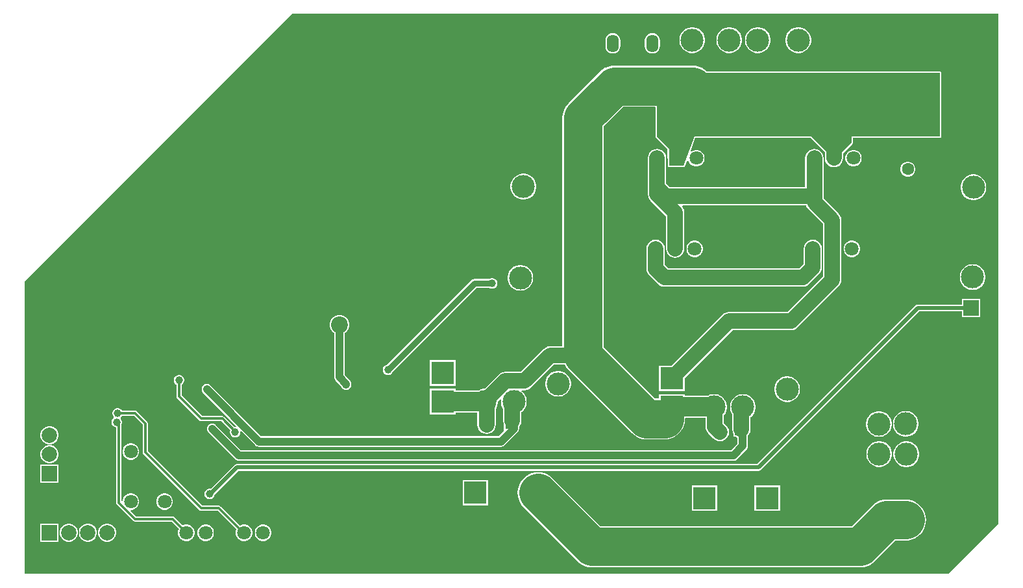
<source format=gbr>
%TF.GenerationSoftware,Altium Limited,Altium Designer,21.0.8 (223)*%
G04 Layer_Physical_Order=2*
G04 Layer_Color=16711680*
%FSLAX26Y26*%
%MOIN*%
%TF.SameCoordinates,3528F89D-DF25-4B87-B81C-8702AA7ACEB5*%
%TF.FilePolarity,Positive*%
%TF.FileFunction,Copper,L2,Bot,Signal*%
%TF.Part,Single*%
G01*
G75*
%TA.AperFunction,SMDPad,CuDef*%
%ADD16R,0.027559X0.033465*%
%TA.AperFunction,Conductor*%
%ADD26C,0.011811*%
%ADD27C,0.098425*%
%ADD31C,0.019685*%
%ADD33C,0.031496*%
%ADD34C,0.078740*%
%ADD35C,0.039370*%
%ADD36C,0.196850*%
%TA.AperFunction,ComponentPad*%
%ADD39C,0.062992*%
%ADD40R,0.078740X0.078740*%
%ADD41C,0.078740*%
%ADD42C,0.118110*%
%ADD43O,0.062992X0.090551*%
%ADD44R,0.118110X0.118110*%
%ADD45C,0.086614*%
%ADD47C,0.070866*%
%ADD48R,0.070866X0.070866*%
%TA.AperFunction,ViaPad*%
%ADD49C,0.118110*%
%TA.AperFunction,ComponentPad*%
%ADD50R,0.078740X0.078740*%
%TA.AperFunction,ViaPad*%
%ADD51C,0.039370*%
G36*
X5012371Y262942D02*
X4755758Y6330D01*
X9282D01*
Y1503790D01*
X1384989Y2879497D01*
X5012371D01*
X5012371Y262942D01*
D02*
G37*
%LPC*%
G36*
X3989774Y2811134D02*
X3976762D01*
X3964000Y2808595D01*
X3951979Y2803616D01*
X3941160Y2796387D01*
X3931959Y2787186D01*
X3924730Y2776367D01*
X3919751Y2764346D01*
X3917213Y2751585D01*
Y2738573D01*
X3919751Y2725811D01*
X3924730Y2713790D01*
X3931959Y2702971D01*
X3941160Y2693770D01*
X3951979Y2686541D01*
X3964000Y2681562D01*
X3976762Y2679024D01*
X3989774D01*
X4002535Y2681562D01*
X4014557Y2686541D01*
X4025375Y2693770D01*
X4034576Y2702971D01*
X4041805Y2713790D01*
X4046784Y2725811D01*
X4049323Y2738573D01*
Y2751585D01*
X4046784Y2764346D01*
X4041805Y2776367D01*
X4034576Y2787186D01*
X4025375Y2796387D01*
X4014557Y2803616D01*
X4002535Y2808595D01*
X3989774Y2811134D01*
D02*
G37*
G36*
X3782097D02*
X3769085D01*
X3756323Y2808595D01*
X3744302Y2803616D01*
X3733483Y2796387D01*
X3724282Y2787186D01*
X3717053Y2776367D01*
X3712074Y2764346D01*
X3709535Y2751585D01*
Y2738573D01*
X3712074Y2725811D01*
X3717053Y2713790D01*
X3724282Y2702971D01*
X3733483Y2693770D01*
X3744302Y2686541D01*
X3756323Y2681562D01*
X3769085Y2679024D01*
X3782097D01*
X3794858Y2681562D01*
X3806879Y2686541D01*
X3817698Y2693770D01*
X3826899Y2702971D01*
X3834128Y2713790D01*
X3839107Y2725811D01*
X3841646Y2738573D01*
Y2751585D01*
X3839107Y2764346D01*
X3834128Y2776367D01*
X3826899Y2787186D01*
X3817698Y2796387D01*
X3806879Y2803616D01*
X3794858Y2808595D01*
X3782097Y2811134D01*
D02*
G37*
G36*
X3635443D02*
X3622431D01*
X3609669Y2808595D01*
X3597648Y2803616D01*
X3586829Y2796387D01*
X3577629Y2787186D01*
X3570400Y2776367D01*
X3565420Y2764346D01*
X3562882Y2751585D01*
Y2738573D01*
X3565420Y2725811D01*
X3570400Y2713790D01*
X3577629Y2702971D01*
X3586829Y2693770D01*
X3597648Y2686541D01*
X3609669Y2681562D01*
X3622431Y2679024D01*
X3635443D01*
X3648205Y2681562D01*
X3660226Y2686541D01*
X3671045Y2693770D01*
X3680245Y2702971D01*
X3687474Y2713790D01*
X3692454Y2725811D01*
X3694992Y2738573D01*
Y2751585D01*
X3692454Y2764346D01*
X3687474Y2776367D01*
X3680245Y2787186D01*
X3671045Y2796387D01*
X3660226Y2803616D01*
X3648205Y2808595D01*
X3635443Y2811134D01*
D02*
G37*
G36*
X3445482D02*
X3432470D01*
X3419709Y2808595D01*
X3407688Y2803616D01*
X3396869Y2796387D01*
X3387668Y2787186D01*
X3380439Y2776367D01*
X3375460Y2764346D01*
X3372921Y2751585D01*
Y2738573D01*
X3375460Y2725811D01*
X3380439Y2713790D01*
X3387668Y2702971D01*
X3396869Y2693770D01*
X3407688Y2686541D01*
X3419709Y2681562D01*
X3432470Y2679024D01*
X3445482D01*
X3458244Y2681562D01*
X3470265Y2686541D01*
X3481084Y2693770D01*
X3490285Y2702971D01*
X3497514Y2713790D01*
X3502493Y2725811D01*
X3505032Y2738573D01*
Y2751585D01*
X3502493Y2764346D01*
X3497514Y2776367D01*
X3490285Y2787186D01*
X3481084Y2796387D01*
X3470265Y2803616D01*
X3458244Y2808595D01*
X3445482Y2811134D01*
D02*
G37*
G36*
X3234252Y2781939D02*
X3224203Y2780615D01*
X3214838Y2776736D01*
X3206796Y2770566D01*
X3200626Y2762524D01*
X3196747Y2753160D01*
X3195424Y2743110D01*
Y2715551D01*
X3196747Y2705502D01*
X3200626Y2696137D01*
X3206796Y2688095D01*
X3214838Y2681925D01*
X3224203Y2678046D01*
X3234252Y2676723D01*
X3244302Y2678046D01*
X3253666Y2681925D01*
X3261708Y2688095D01*
X3267878Y2696137D01*
X3271757Y2705502D01*
X3273080Y2715551D01*
Y2743110D01*
X3271757Y2753160D01*
X3267878Y2762524D01*
X3261708Y2770566D01*
X3253666Y2776736D01*
X3244302Y2780615D01*
X3234252Y2781939D01*
D02*
G37*
G36*
X3031496D02*
X3021447Y2780615D01*
X3012082Y2776736D01*
X3004040Y2770566D01*
X2997870Y2762524D01*
X2993991Y2753160D01*
X2992668Y2743110D01*
Y2715551D01*
X2993991Y2705502D01*
X2997870Y2696137D01*
X3004040Y2688095D01*
X3012082Y2681925D01*
X3021447Y2678046D01*
X3031496Y2676723D01*
X3041546Y2678046D01*
X3050910Y2681925D01*
X3058952Y2688095D01*
X3065122Y2696137D01*
X3069001Y2705502D01*
X3070324Y2715551D01*
Y2743110D01*
X3069001Y2753160D01*
X3065122Y2762524D01*
X3058952Y2770566D01*
X3050910Y2776736D01*
X3041546Y2780615D01*
X3031496Y2781939D01*
D02*
G37*
G36*
X3439961Y2614609D02*
X3040354D01*
X3023811Y2613307D01*
X3007675Y2609434D01*
X2992344Y2603083D01*
X2978195Y2594413D01*
X2965577Y2583636D01*
X2803175Y2421234D01*
X2792398Y2408616D01*
X2783728Y2394467D01*
X2777377Y2379136D01*
X2773504Y2363000D01*
X2772202Y2346457D01*
Y1175707D01*
X2711180D01*
X2699075Y1174114D01*
X2687795Y1169441D01*
X2678109Y1162008D01*
X2559044Y1042943D01*
X2478969D01*
X2466864Y1041350D01*
X2455584Y1036677D01*
X2445898Y1029245D01*
X2373456Y956803D01*
X2368494D01*
X2355733Y954265D01*
X2343711Y949285D01*
X2340958Y947446D01*
X2223535D01*
Y956803D01*
X2091425D01*
Y824693D01*
X2223535D01*
Y834050D01*
X2335763D01*
Y771995D01*
X2337357Y759890D01*
X2342029Y748610D01*
X2349462Y738923D01*
X2359148Y731490D01*
X2370428Y726818D01*
X2382533Y725224D01*
X2394638Y726818D01*
X2405918Y731490D01*
X2415605Y738923D01*
X2419488Y743984D01*
X2423339D01*
Y749337D01*
X2427710Y759890D01*
X2429303Y771995D01*
Y853122D01*
X2433537Y859459D01*
X2438517Y871480D01*
X2441055Y884242D01*
Y892116D01*
X2452799Y903860D01*
X2457407Y901396D01*
X2456583Y897254D01*
Y884242D01*
X2459121Y871480D01*
X2464101Y859459D01*
X2468335Y853122D01*
Y789711D01*
X2469928Y777606D01*
X2472331Y771806D01*
Y743984D01*
X2472331D01*
X2473578Y740973D01*
X2445544Y712939D01*
X1225716D01*
X964898Y973756D01*
X963498Y974831D01*
X962251Y976078D01*
X960724Y976959D01*
X959324Y978034D01*
X957693Y978709D01*
X956166Y979591D01*
X954462Y980047D01*
X952832Y980723D01*
X951083Y980953D01*
X949379Y981409D01*
X947615D01*
X945866Y981640D01*
X944117Y981409D01*
X942353D01*
X940649Y980953D01*
X938900Y980723D01*
X937270Y980047D01*
X935566Y979591D01*
X934039Y978709D01*
X932409Y978034D01*
X931008Y976959D01*
X929481Y976078D01*
X928234Y974831D01*
X926834Y973756D01*
X925760Y972356D01*
X924513Y971109D01*
X923631Y969582D01*
X922557Y968182D01*
X921881Y966552D01*
X921000Y965024D01*
X920543Y963321D01*
X919868Y961691D01*
X919638Y959941D01*
X919181Y958238D01*
Y956474D01*
X918951Y954724D01*
X919181Y952975D01*
Y951211D01*
X919638Y949507D01*
X919868Y947758D01*
X920543Y946128D01*
X921000Y944424D01*
X921881Y942897D01*
X922557Y941267D01*
X923631Y939867D01*
X924513Y938339D01*
X925760Y937092D01*
X926834Y935692D01*
X1098257Y764269D01*
X1095669Y759787D01*
X1095049Y759953D01*
X1088022D01*
X1087730Y759874D01*
X1035151Y812454D01*
X1030882Y815306D01*
X1025847Y816308D01*
X922773D01*
X816308Y922773D01*
Y976784D01*
X819535Y978647D01*
X824503Y983615D01*
X828016Y989700D01*
X829835Y996487D01*
Y1003513D01*
X828016Y1010300D01*
X824503Y1016385D01*
X819535Y1021353D01*
X813450Y1024867D01*
X806663Y1026685D01*
X799636D01*
X792850Y1024867D01*
X786765Y1021353D01*
X781796Y1016385D01*
X778283Y1010300D01*
X776465Y1003513D01*
Y996487D01*
X778283Y989700D01*
X781796Y983615D01*
X786765Y978647D01*
X789991Y976784D01*
Y917323D01*
X790993Y912288D01*
X793845Y908019D01*
X908019Y793845D01*
X912288Y790993D01*
X917323Y789991D01*
X1020396D01*
X1066724Y743663D01*
X1066669Y743568D01*
X1064851Y736781D01*
Y729755D01*
X1066669Y722968D01*
X1070182Y716883D01*
X1075150Y711914D01*
X1081236Y708401D01*
X1088022Y706583D01*
X1095049D01*
X1101835Y708401D01*
X1107920Y711914D01*
X1112889Y716883D01*
X1116402Y722968D01*
X1118220Y729755D01*
Y736781D01*
X1118054Y737401D01*
X1122537Y739989D01*
X1195535Y666992D01*
X1201109Y662714D01*
X1207601Y660025D01*
X1214567Y659108D01*
X2456693D01*
X2463659Y660025D01*
X2470151Y662714D01*
X2475725Y666992D01*
X2541670Y732937D01*
X2545947Y738511D01*
X2548636Y745002D01*
X2549553Y751968D01*
Y758434D01*
X2555609Y766326D01*
X2560281Y777606D01*
X2561875Y789711D01*
Y837522D01*
X2564746Y839440D01*
X2573946Y848640D01*
X2581175Y859459D01*
X2586155Y871480D01*
X2588693Y884242D01*
Y897254D01*
X2586155Y910016D01*
X2581175Y922037D01*
X2573946Y932856D01*
X2564746Y942056D01*
X2561234Y944403D01*
X2562750Y949403D01*
X2578416D01*
X2590521Y950997D01*
X2601802Y955669D01*
X2611488Y963102D01*
X2730553Y1082167D01*
X2783214D01*
X2783728Y1080927D01*
X2792398Y1066778D01*
X2803175Y1054160D01*
X2803176Y1054159D01*
X3129947Y727388D01*
X3142566Y716611D01*
X3156714Y707940D01*
X3172046Y701590D01*
X3188181Y697716D01*
X3204724Y696414D01*
X3296260D01*
X3312803Y697716D01*
X3328939Y701590D01*
X3344270Y707940D01*
X3358419Y716611D01*
X3371037Y727388D01*
X3381814Y740006D01*
X3390485Y754155D01*
X3396835Y769486D01*
X3400709Y785622D01*
X3402011Y802165D01*
X3401960Y802819D01*
X3405354Y806491D01*
X3507364D01*
Y761811D01*
X3508957Y749706D01*
X3513630Y738426D01*
X3521062Y728740D01*
X3548622Y701180D01*
X3558308Y693748D01*
X3569588Y689075D01*
X3581693Y687482D01*
X3593798Y689075D01*
X3605078Y693748D01*
X3614765Y701180D01*
X3622197Y710867D01*
X3626870Y722147D01*
X3628463Y734252D01*
X3626870Y746357D01*
X3622197Y757637D01*
X3614765Y767323D01*
X3600904Y781184D01*
Y819496D01*
X3602490Y821081D01*
X3609718Y831900D01*
X3614698Y843921D01*
X3617236Y856683D01*
Y869695D01*
X3614698Y882457D01*
X3609718Y894478D01*
X3602490Y905297D01*
X3593289Y914497D01*
X3582470Y921726D01*
X3570449Y926706D01*
X3557687Y929244D01*
X3544675D01*
X3531914Y926706D01*
X3519892Y921726D01*
X3517139Y919887D01*
X3399717D01*
Y929244D01*
X3267606D01*
Y907917D01*
X3248528D01*
X2983704Y1172741D01*
Y2302653D01*
X3084158Y2403107D01*
X3248646D01*
X3252167Y2399556D01*
X3250904Y2251045D01*
X3250910Y2251015D01*
X3250904Y2250984D01*
X3251170Y2249647D01*
X3251424Y2248309D01*
X3251441Y2248283D01*
X3251447Y2248253D01*
X3252204Y2247121D01*
X3252952Y2245981D01*
X3252977Y2245963D01*
X3252994Y2245938D01*
X3312482Y2186450D01*
Y2139764D01*
X3312745Y2137767D01*
X3312745Y2100394D01*
X3313288Y2097662D01*
X3314835Y2095347D01*
X3317151Y2093800D01*
X3319882Y2093256D01*
X3357255Y2093256D01*
X3359252Y2092994D01*
X3361249Y2093256D01*
X3395669Y2093257D01*
X3395838Y2093290D01*
X3396009Y2093265D01*
X3397199Y2093561D01*
X3398401Y2093800D01*
X3398544Y2093896D01*
X3398711Y2093937D01*
X3399697Y2094666D01*
X3400716Y2095347D01*
X3400812Y2095491D01*
X3400950Y2095593D01*
X3401581Y2096642D01*
X3402263Y2097662D01*
X3402297Y2097832D01*
X3402386Y2097979D01*
X3413472Y2128820D01*
X3418707Y2128601D01*
X3420104Y2123385D01*
X3425691Y2113709D01*
X3433591Y2105809D01*
X3443267Y2100222D01*
X3454059Y2097331D01*
X3465232D01*
X3476024Y2100222D01*
X3485700Y2105809D01*
X3493601Y2113709D01*
X3499187Y2123385D01*
X3502079Y2134177D01*
Y2145350D01*
X3499187Y2156142D01*
X3493601Y2165818D01*
X3485700Y2173719D01*
X3476024Y2179305D01*
X3465232Y2182197D01*
X3454059D01*
X3443267Y2179305D01*
X3435275Y2174691D01*
X3431189Y2178105D01*
X3454822Y2243847D01*
X4045272Y2243847D01*
X4119568Y2169551D01*
Y2139764D01*
X4121162Y2127659D01*
X4125834Y2116379D01*
X4133267Y2106692D01*
X4142953Y2099260D01*
X4154234Y2094587D01*
X4166339Y2092994D01*
X4178444Y2094587D01*
X4189724Y2099260D01*
X4199410Y2106692D01*
X4206843Y2116379D01*
X4211515Y2127659D01*
X4213109Y2139764D01*
Y2164630D01*
X4260952Y2212473D01*
X4262499Y2214788D01*
X4263043Y2217520D01*
Y2243847D01*
X4710630Y2243847D01*
X4713361Y2244390D01*
X4715676Y2245937D01*
X4717224Y2248253D01*
X4717767Y2250984D01*
Y2577756D01*
X4717224Y2580487D01*
X4715676Y2582802D01*
X4713361Y2584350D01*
X4710630Y2584893D01*
X3513266Y2584893D01*
X3502120Y2594413D01*
X3487971Y2603083D01*
X3472640Y2609434D01*
X3456504Y2613307D01*
X3439961Y2614609D01*
D02*
G37*
G36*
X4272319Y2182197D02*
X4261146D01*
X4250354Y2179305D01*
X4240678Y2173719D01*
X4232777Y2165818D01*
X4227191Y2156142D01*
X4224299Y2145350D01*
Y2134177D01*
X4227191Y2123385D01*
X4232777Y2113709D01*
X4240678Y2105809D01*
X4250354Y2100222D01*
X4261146Y2097331D01*
X4272319D01*
X4283111Y2100222D01*
X4292787Y2105809D01*
X4300687Y2113709D01*
X4306274Y2123385D01*
X4309165Y2134177D01*
Y2145350D01*
X4306274Y2156142D01*
X4300687Y2165818D01*
X4292787Y2173719D01*
X4283111Y2179305D01*
X4272319Y2182197D01*
D02*
G37*
G36*
X4551328Y2121961D02*
X4541192D01*
X4531401Y2119337D01*
X4522623Y2114269D01*
X4515455Y2107102D01*
X4510387Y2098323D01*
X4507764Y2088533D01*
Y2078396D01*
X4510387Y2068606D01*
X4515455Y2059827D01*
X4522623Y2052660D01*
X4531401Y2047592D01*
X4541192Y2044969D01*
X4551328D01*
X4561119Y2047592D01*
X4569897Y2052660D01*
X4577064Y2059827D01*
X4582132Y2068606D01*
X4584756Y2078396D01*
Y2088533D01*
X4582132Y2098323D01*
X4577064Y2107102D01*
X4569897Y2114269D01*
X4561119Y2119337D01*
X4551328Y2121961D01*
D02*
G37*
G36*
X4065945Y2186534D02*
X4053840Y2184940D01*
X4042560Y2180268D01*
X4032873Y2172835D01*
X4025441Y2163149D01*
X4020768Y2151869D01*
X4019175Y2139764D01*
Y1989684D01*
X3324356D01*
X3305628Y2008411D01*
Y2139764D01*
X3304035Y2151869D01*
X3299363Y2163149D01*
X3291930Y2172835D01*
X3282243Y2180268D01*
X3270963Y2184940D01*
X3258858Y2186534D01*
X3246753Y2184940D01*
X3235473Y2180268D01*
X3225787Y2172835D01*
X3218354Y2163149D01*
X3213682Y2151869D01*
X3212088Y2139764D01*
Y1989038D01*
Y1953740D01*
X3213682Y1941635D01*
X3218354Y1930355D01*
X3225787Y1920669D01*
X3304608Y1841848D01*
Y1675197D01*
X3306202Y1663092D01*
X3310874Y1651812D01*
X3318307Y1642125D01*
X3327993Y1634693D01*
X3339273Y1630020D01*
X3351378Y1628427D01*
X3363483Y1630020D01*
X3374763Y1634693D01*
X3384450Y1642125D01*
X3391882Y1651812D01*
X3396555Y1663092D01*
X3398148Y1675197D01*
Y1861220D01*
X3396555Y1873325D01*
X3391882Y1884605D01*
X3386866Y1891143D01*
X3389331Y1896143D01*
X4023304D01*
X4025441Y1890985D01*
X4032873Y1881299D01*
X4111694Y1802478D01*
Y1675197D01*
Y1535121D01*
X3926493Y1349920D01*
X3626969D01*
X3614864Y1348326D01*
X3603584Y1343654D01*
X3593897Y1336221D01*
X3333574Y1075898D01*
X3267606D01*
Y943787D01*
X3399717D01*
Y1009755D01*
X3646341Y1256379D01*
X3945866D01*
X3957971Y1257973D01*
X3969251Y1262645D01*
X3978938Y1270078D01*
X4191536Y1482676D01*
X4198969Y1492363D01*
X4203641Y1503643D01*
X4205235Y1515748D01*
Y1675197D01*
Y1821851D01*
X4203641Y1833956D01*
X4198969Y1845236D01*
X4191536Y1854922D01*
X4112715Y1933743D01*
Y2139764D01*
X4111121Y2151869D01*
X4106449Y2163149D01*
X4099016Y2172835D01*
X4089330Y2180268D01*
X4078050Y2184940D01*
X4065945Y2186534D01*
D02*
G37*
G36*
X2578356Y2060150D02*
X2565345D01*
X2552583Y2057611D01*
X2540562Y2052632D01*
X2529743Y2045403D01*
X2520542Y2036202D01*
X2513313Y2025383D01*
X2508334Y2013362D01*
X2505795Y2000600D01*
Y1987589D01*
X2508334Y1974827D01*
X2513313Y1962806D01*
X2520542Y1951987D01*
X2529743Y1942786D01*
X2540562Y1935557D01*
X2552583Y1930578D01*
X2565345Y1928039D01*
X2578356D01*
X2591118Y1930578D01*
X2603139Y1935557D01*
X2613958Y1942786D01*
X2623159Y1951987D01*
X2630388Y1962806D01*
X2635367Y1974827D01*
X2637905Y1987589D01*
Y2000600D01*
X2635367Y2013362D01*
X2630388Y2025383D01*
X2623159Y2036202D01*
X2613958Y2045403D01*
X2603139Y2052632D01*
X2591118Y2057611D01*
X2578356Y2060150D01*
D02*
G37*
G36*
X4889380Y2056213D02*
X4876368D01*
X4863606Y2053674D01*
X4851585Y2048695D01*
X4840766Y2041466D01*
X4831566Y2032265D01*
X4824337Y2021446D01*
X4819358Y2009425D01*
X4816819Y1996663D01*
Y1983652D01*
X4819358Y1970890D01*
X4824337Y1958869D01*
X4831566Y1948050D01*
X4840766Y1938849D01*
X4851585Y1931620D01*
X4863606Y1926641D01*
X4876368Y1924102D01*
X4889380D01*
X4902142Y1926641D01*
X4914163Y1931620D01*
X4924982Y1938849D01*
X4934182Y1948050D01*
X4941411Y1958869D01*
X4946391Y1970890D01*
X4948929Y1983652D01*
Y1996663D01*
X4946391Y2009425D01*
X4941411Y2021446D01*
X4934182Y2032265D01*
X4924982Y2041466D01*
X4914163Y2048695D01*
X4902142Y2053674D01*
X4889380Y2056213D01*
D02*
G37*
G36*
X4264445Y1717630D02*
X4253272D01*
X4242480Y1714738D01*
X4232804Y1709152D01*
X4224903Y1701251D01*
X4219317Y1691575D01*
X4216425Y1680783D01*
Y1669611D01*
X4219317Y1658818D01*
X4224903Y1649142D01*
X4232804Y1641242D01*
X4242480Y1635656D01*
X4253272Y1632764D01*
X4264445D01*
X4275237Y1635656D01*
X4284913Y1641242D01*
X4292813Y1649142D01*
X4298400Y1658818D01*
X4301291Y1669611D01*
Y1680783D01*
X4298400Y1691575D01*
X4292813Y1701251D01*
X4284913Y1709152D01*
X4275237Y1714738D01*
X4264445Y1717630D01*
D02*
G37*
G36*
X3457358D02*
X3446185D01*
X3435393Y1714738D01*
X3425717Y1709152D01*
X3417817Y1701251D01*
X3412230Y1691575D01*
X3409339Y1680783D01*
Y1669611D01*
X3412230Y1658818D01*
X3417817Y1649142D01*
X3425717Y1641242D01*
X3435393Y1635656D01*
X3446185Y1632764D01*
X3457358D01*
X3468150Y1635656D01*
X3477826Y1641242D01*
X3485727Y1649142D01*
X3491313Y1658818D01*
X3494205Y1669611D01*
Y1680783D01*
X3491313Y1691575D01*
X3485727Y1701251D01*
X3477826Y1709152D01*
X3468150Y1714738D01*
X3457358Y1717630D01*
D02*
G37*
G36*
X4058071Y1721967D02*
X4045966Y1720373D01*
X4034686Y1715701D01*
X4024999Y1708268D01*
X4017567Y1698582D01*
X4012894Y1687302D01*
X4011301Y1675197D01*
Y1598113D01*
X3986533Y1573345D01*
X3316482D01*
X3297755Y1592073D01*
Y1675197D01*
X3296161Y1687302D01*
X3291488Y1698582D01*
X3284056Y1708268D01*
X3274369Y1715701D01*
X3263089Y1720373D01*
X3250984Y1721967D01*
X3238879Y1720373D01*
X3227599Y1715701D01*
X3217913Y1708268D01*
X3210480Y1698582D01*
X3205808Y1687302D01*
X3204214Y1675197D01*
Y1572700D01*
X3205808Y1560595D01*
X3210480Y1549315D01*
X3217913Y1539628D01*
X3264038Y1493503D01*
X3273724Y1486071D01*
X3285004Y1481398D01*
X3297109Y1479805D01*
X4005906D01*
X4018011Y1481398D01*
X4029291Y1486071D01*
X4038977Y1493503D01*
X4091142Y1545669D01*
X4098575Y1555355D01*
X4103248Y1566635D01*
X4104841Y1578740D01*
Y1675197D01*
X4103247Y1687302D01*
X4098575Y1698582D01*
X4091142Y1708268D01*
X4081456Y1715701D01*
X4070176Y1720373D01*
X4058071Y1721967D01*
D02*
G37*
G36*
X2414931Y1523732D02*
X2407904D01*
X2401117Y1521914D01*
X2398220Y1520241D01*
X2319882D01*
X2311006Y1518476D01*
X2303482Y1513448D01*
X1869900Y1079866D01*
X1866669Y1079000D01*
X1860584Y1075487D01*
X1855615Y1070519D01*
X1852102Y1064434D01*
X1850284Y1057647D01*
Y1050621D01*
X1852102Y1043834D01*
X1855615Y1037749D01*
X1860584Y1032781D01*
X1866669Y1029267D01*
X1873455Y1027449D01*
X1880482D01*
X1887269Y1029267D01*
X1893354Y1032781D01*
X1898322Y1037749D01*
X1901835Y1043834D01*
X1902701Y1047065D01*
X2329489Y1473854D01*
X2398220D01*
X2401117Y1472181D01*
X2407904Y1470362D01*
X2414931D01*
X2421717Y1472181D01*
X2427802Y1475694D01*
X2432771Y1480662D01*
X2436284Y1486747D01*
X2438102Y1493534D01*
Y1500561D01*
X2436284Y1507347D01*
X2432771Y1513432D01*
X2427802Y1518401D01*
X2421717Y1521914D01*
X2414931Y1523732D01*
D02*
G37*
G36*
X4885443Y1595583D02*
X4872431D01*
X4859669Y1593044D01*
X4847648Y1588065D01*
X4836829Y1580836D01*
X4827629Y1571635D01*
X4820400Y1560816D01*
X4815420Y1548795D01*
X4812882Y1536034D01*
Y1523022D01*
X4815420Y1510260D01*
X4820400Y1498239D01*
X4827629Y1487420D01*
X4836829Y1478219D01*
X4847648Y1470990D01*
X4859669Y1466011D01*
X4872431Y1463473D01*
X4885443D01*
X4898205Y1466011D01*
X4910226Y1470990D01*
X4921045Y1478219D01*
X4930245Y1487420D01*
X4937474Y1498239D01*
X4942454Y1510260D01*
X4944992Y1523022D01*
Y1536034D01*
X4942454Y1548795D01*
X4937474Y1560816D01*
X4930245Y1571635D01*
X4921045Y1580836D01*
X4910226Y1588065D01*
X4898205Y1593044D01*
X4885443Y1595583D01*
D02*
G37*
G36*
X2562608Y1591646D02*
X2549597D01*
X2536835Y1589107D01*
X2524814Y1584128D01*
X2513995Y1576899D01*
X2504794Y1567698D01*
X2497565Y1556879D01*
X2492586Y1544858D01*
X2490047Y1532097D01*
Y1519085D01*
X2492586Y1506323D01*
X2497565Y1494302D01*
X2504794Y1483483D01*
X2513995Y1474282D01*
X2524814Y1467053D01*
X2536835Y1462074D01*
X2549597Y1459535D01*
X2562608D01*
X2575370Y1462074D01*
X2587391Y1467053D01*
X2598210Y1474282D01*
X2607411Y1483483D01*
X2614640Y1494302D01*
X2619619Y1506323D01*
X2622157Y1519085D01*
Y1532097D01*
X2619619Y1544858D01*
X2614640Y1556879D01*
X2607411Y1567698D01*
X2598210Y1576899D01*
X2587391Y1584128D01*
X2575370Y1589107D01*
X2562608Y1591646D01*
D02*
G37*
G36*
X4918417Y1417433D02*
X4825677D01*
Y1388236D01*
X4597441D01*
X4590869Y1386928D01*
X4585298Y1383206D01*
X3772414Y570322D01*
X1100394D01*
X1093822Y569015D01*
X1088251Y565292D01*
X965593Y442635D01*
X964143Y443024D01*
X957117D01*
X950330Y441205D01*
X944245Y437692D01*
X939277Y432724D01*
X935764Y426639D01*
X933945Y419852D01*
Y412825D01*
X935764Y406039D01*
X939277Y399954D01*
X944245Y394985D01*
X950330Y391472D01*
X957117Y389654D01*
X964143D01*
X970930Y391472D01*
X977015Y394985D01*
X981983Y399954D01*
X985496Y406039D01*
X987315Y412825D01*
Y415785D01*
X1107507Y535977D01*
X3779528D01*
X3786099Y537284D01*
X3791670Y541007D01*
X4604554Y1353890D01*
X4825677D01*
Y1324693D01*
X4918417D01*
Y1417433D01*
D02*
G37*
G36*
X2223535Y1103457D02*
X2091425D01*
Y971346D01*
X2223535D01*
Y1103457D01*
D02*
G37*
G36*
X1633592Y1335740D02*
X1620345D01*
X1607551Y1332312D01*
X1596079Y1325689D01*
X1586713Y1316322D01*
X1580090Y1304851D01*
X1576661Y1292056D01*
Y1278810D01*
X1580090Y1266015D01*
X1586713Y1254544D01*
X1596079Y1245177D01*
X1600053Y1242883D01*
Y1016732D01*
X1600970Y1009766D01*
X1603659Y1003274D01*
X1607937Y997700D01*
X1635545Y970091D01*
X1636094Y968766D01*
X1636551Y967062D01*
X1637433Y965534D01*
X1638108Y963904D01*
X1639182Y962505D01*
X1640064Y960977D01*
X1641311Y959730D01*
X1642385Y958330D01*
X1643785Y957256D01*
X1645032Y956009D01*
X1646560Y955127D01*
X1647960Y954053D01*
X1649590Y953378D01*
X1651117Y952496D01*
X1652821Y952039D01*
X1654451Y951364D01*
X1656200Y951134D01*
X1657904Y950677D01*
X1659668D01*
X1661417Y950447D01*
X1663167Y950677D01*
X1664931D01*
X1666634Y951134D01*
X1668384Y951364D01*
X1670014Y952039D01*
X1671717Y952496D01*
X1673245Y953378D01*
X1674875Y954053D01*
X1676275Y955127D01*
X1677802Y956009D01*
X1679050Y957256D01*
X1680449Y958330D01*
X1681524Y959730D01*
X1682771Y960977D01*
X1683653Y962505D01*
X1684727Y963904D01*
X1685402Y965534D01*
X1686284Y967062D01*
X1686740Y968766D01*
X1687416Y970396D01*
X1687646Y972145D01*
X1688102Y973849D01*
Y975613D01*
X1688333Y977362D01*
Y982283D01*
X1687416Y989250D01*
X1684727Y995741D01*
X1680449Y1001315D01*
X1653884Y1027881D01*
Y1242883D01*
X1657858Y1245177D01*
X1667224Y1254544D01*
X1673847Y1266015D01*
X1677276Y1278810D01*
Y1292056D01*
X1673847Y1304851D01*
X1667224Y1316322D01*
X1657858Y1325689D01*
X1646386Y1332312D01*
X1633592Y1335740D01*
D02*
G37*
G36*
X2756506Y1048339D02*
X2743494D01*
X2730733Y1045800D01*
X2718711Y1040821D01*
X2707892Y1033592D01*
X2698692Y1024391D01*
X2691463Y1013572D01*
X2686483Y1001551D01*
X2683945Y988789D01*
Y975778D01*
X2686483Y963016D01*
X2691463Y950995D01*
X2698692Y940176D01*
X2707892Y930975D01*
X2718711Y923746D01*
X2730733Y918767D01*
X2743494Y916228D01*
X2756506D01*
X2769268Y918767D01*
X2781289Y923746D01*
X2792108Y930975D01*
X2801308Y940176D01*
X2808537Y950995D01*
X2813517Y963016D01*
X2816055Y975778D01*
Y988789D01*
X2813517Y1001551D01*
X2808537Y1013572D01*
X2801308Y1024391D01*
X2792108Y1033592D01*
X2781289Y1040821D01*
X2769268Y1045800D01*
X2756506Y1048339D01*
D02*
G37*
G36*
X3932687Y1020779D02*
X3919675D01*
X3906914Y1018241D01*
X3894892Y1013262D01*
X3884073Y1006033D01*
X3874873Y996832D01*
X3867644Y986013D01*
X3862665Y973992D01*
X3860126Y961230D01*
Y948218D01*
X3862665Y935457D01*
X3867644Y923436D01*
X3874873Y912617D01*
X3884073Y903416D01*
X3894892Y896187D01*
X3906914Y891208D01*
X3919675Y888669D01*
X3932687D01*
X3945449Y891208D01*
X3957470Y896187D01*
X3968289Y903416D01*
X3977490Y912617D01*
X3984718Y923436D01*
X3989698Y935457D01*
X3992236Y948218D01*
Y961230D01*
X3989698Y973992D01*
X3984718Y986013D01*
X3977490Y996832D01*
X3968289Y1006033D01*
X3957470Y1013262D01*
X3945449Y1018241D01*
X3932687Y1020779D01*
D02*
G37*
G36*
X4541939Y842630D02*
X4528927D01*
X4516166Y840091D01*
X4504144Y835112D01*
X4493325Y827883D01*
X4484125Y818683D01*
X4476896Y807864D01*
X4471917Y795842D01*
X4469378Y783081D01*
Y770069D01*
X4471917Y757307D01*
X4476896Y745286D01*
X4484125Y734467D01*
X4493325Y725267D01*
X4504144Y718038D01*
X4516166Y713058D01*
X4528927Y710520D01*
X4541939D01*
X4554701Y713058D01*
X4566722Y718038D01*
X4577541Y725267D01*
X4586741Y734467D01*
X4593970Y745286D01*
X4598950Y757307D01*
X4601488Y770069D01*
Y783081D01*
X4598950Y795842D01*
X4593970Y807864D01*
X4586741Y818683D01*
X4577541Y827883D01*
X4566722Y835112D01*
X4554701Y840091D01*
X4541939Y842630D01*
D02*
G37*
G36*
X4404144Y841646D02*
X4391132D01*
X4378370Y839107D01*
X4366349Y834128D01*
X4355530Y826899D01*
X4346329Y817698D01*
X4339100Y806879D01*
X4334121Y794858D01*
X4331583Y782096D01*
Y769085D01*
X4334121Y756323D01*
X4339100Y744302D01*
X4346329Y733483D01*
X4355530Y724282D01*
X4366349Y717053D01*
X4378370Y712074D01*
X4391132Y709535D01*
X4404144D01*
X4416905Y712074D01*
X4428927Y717053D01*
X4439745Y724282D01*
X4448946Y733483D01*
X4456175Y744302D01*
X4461154Y756323D01*
X4463693Y769085D01*
Y782096D01*
X4461154Y794858D01*
X4456175Y806879D01*
X4448946Y817698D01*
X4439745Y826899D01*
X4428927Y834128D01*
X4416905Y839107D01*
X4404144Y841646D01*
D02*
G37*
G36*
X144884Y764874D02*
X132675D01*
X120881Y761714D01*
X110308Y755609D01*
X101674Y746976D01*
X95570Y736402D01*
X92409Y724609D01*
Y712399D01*
X95570Y700606D01*
X101674Y690032D01*
X110308Y681399D01*
X120881Y675294D01*
X132675Y672134D01*
X144884D01*
X156678Y675294D01*
X167251Y681399D01*
X175885Y690032D01*
X181990Y700606D01*
X185150Y712399D01*
Y724609D01*
X181990Y736402D01*
X175885Y746976D01*
X167251Y755609D01*
X156678Y761714D01*
X144884Y764874D01*
D02*
G37*
G36*
X3705325Y929244D02*
X3692313D01*
X3679551Y926706D01*
X3667530Y921726D01*
X3656711Y914497D01*
X3647511Y905297D01*
X3640282Y894478D01*
X3635302Y882457D01*
X3632764Y869695D01*
Y856683D01*
X3635302Y843921D01*
X3640282Y831900D01*
X3644516Y825563D01*
Y747388D01*
X3646110Y735283D01*
X3650782Y724003D01*
X3651465Y723113D01*
Y710520D01*
X3663163D01*
X3667901Y706884D01*
X3671904Y705226D01*
Y673975D01*
X3639017Y641088D01*
X1122369D01*
X992457Y771000D01*
X991057Y772075D01*
X989810Y773322D01*
X988283Y774203D01*
X986883Y775278D01*
X985253Y775953D01*
X983725Y776835D01*
X982021Y777292D01*
X980391Y777967D01*
X978643Y778197D01*
X976938Y778654D01*
X975174D01*
X973425Y778884D01*
X971676Y778654D01*
X969912D01*
X968208Y778197D01*
X966459Y777967D01*
X964830Y777292D01*
X963125Y776835D01*
X961598Y775953D01*
X959968Y775278D01*
X958567Y774203D01*
X957040Y773322D01*
X955793Y772075D01*
X954393Y771000D01*
X953319Y769601D01*
X952072Y768354D01*
X951190Y766826D01*
X950116Y765426D01*
X949441Y763796D01*
X948559Y762269D01*
X948102Y760564D01*
X947427Y758935D01*
X947197Y757186D01*
X946740Y755482D01*
Y753718D01*
X946510Y751968D01*
X946740Y750219D01*
Y748455D01*
X947197Y746751D01*
X947427Y745002D01*
X948102Y743373D01*
X948559Y741668D01*
X949441Y740141D01*
X950116Y738511D01*
X951190Y737111D01*
X952072Y735583D01*
X953319Y734336D01*
X954393Y732937D01*
X1092189Y595141D01*
X1097763Y590864D01*
X1104254Y588175D01*
X1111221Y587258D01*
X3650166D01*
X3657132Y588175D01*
X3659821Y589289D01*
X3663624Y590864D01*
X3669198Y595141D01*
X3717851Y643794D01*
X3722128Y649369D01*
X3724817Y655860D01*
X3725734Y662826D01*
Y716111D01*
X3731790Y724003D01*
X3736463Y735283D01*
X3738056Y747388D01*
Y809963D01*
X3740927Y811881D01*
X3750127Y821081D01*
X3757356Y831900D01*
X3762336Y843921D01*
X3764874Y856683D01*
Y869695D01*
X3762336Y882457D01*
X3757356Y894478D01*
X3750127Y905297D01*
X3740927Y914497D01*
X3730108Y921726D01*
X3718087Y926706D01*
X3705325Y929244D01*
D02*
G37*
G36*
X561689Y676291D02*
X550516D01*
X539724Y673400D01*
X530048Y667813D01*
X522148Y659913D01*
X516561Y650237D01*
X513669Y639445D01*
Y628272D01*
X516561Y617480D01*
X522148Y607804D01*
X530048Y599903D01*
X539724Y594317D01*
X550516Y591425D01*
X561689D01*
X572481Y594317D01*
X582157Y599903D01*
X590057Y607804D01*
X595644Y617480D01*
X598535Y628272D01*
Y639445D01*
X595644Y650237D01*
X590057Y659913D01*
X582157Y667813D01*
X572481Y673400D01*
X561689Y676291D01*
D02*
G37*
G36*
X144884Y666449D02*
X132675D01*
X120881Y663289D01*
X110308Y657184D01*
X101674Y648551D01*
X95570Y637977D01*
X92409Y626183D01*
Y613974D01*
X95570Y602181D01*
X101674Y591607D01*
X110308Y582973D01*
X120881Y576869D01*
X132675Y573709D01*
X144884D01*
X156678Y576869D01*
X167251Y582973D01*
X175885Y591607D01*
X181990Y602181D01*
X185150Y613974D01*
Y626183D01*
X181990Y637977D01*
X175885Y648551D01*
X167251Y657184D01*
X156678Y663289D01*
X144884Y666449D01*
D02*
G37*
G36*
X4405128Y688102D02*
X4392116D01*
X4379355Y685564D01*
X4367333Y680585D01*
X4356514Y673356D01*
X4347314Y664155D01*
X4340085Y653336D01*
X4335105Y641315D01*
X4332567Y628553D01*
Y615542D01*
X4335105Y602780D01*
X4340085Y590759D01*
X4347314Y579940D01*
X4356514Y570739D01*
X4367333Y563510D01*
X4379355Y558531D01*
X4392116Y555992D01*
X4405128D01*
X4417890Y558531D01*
X4429911Y563510D01*
X4440730Y570739D01*
X4449930Y579940D01*
X4457159Y590759D01*
X4462139Y602780D01*
X4464677Y615542D01*
Y628553D01*
X4462139Y641315D01*
X4457159Y653336D01*
X4449930Y664155D01*
X4440730Y673356D01*
X4429911Y680585D01*
X4417890Y685564D01*
X4405128Y688102D01*
D02*
G37*
G36*
X4544866Y687270D02*
X4531854D01*
X4519093Y684731D01*
X4507072Y679752D01*
X4496253Y672523D01*
X4487052Y663322D01*
X4479823Y652503D01*
X4474844Y640482D01*
X4472305Y627720D01*
Y614709D01*
X4474844Y601947D01*
X4479823Y589926D01*
X4487052Y579107D01*
X4496253Y569906D01*
X4507072Y562677D01*
X4519093Y557698D01*
X4531854Y555159D01*
X4544866D01*
X4557628Y557698D01*
X4569649Y562677D01*
X4580468Y569906D01*
X4589669Y579107D01*
X4596898Y589926D01*
X4601877Y601947D01*
X4604415Y614709D01*
Y627720D01*
X4601877Y640482D01*
X4596898Y652503D01*
X4589669Y663322D01*
X4580468Y672523D01*
X4569649Y679752D01*
X4557628Y684731D01*
X4544866Y687270D01*
D02*
G37*
G36*
X185150Y568024D02*
X92409D01*
Y475284D01*
X185150D01*
Y568024D01*
D02*
G37*
G36*
X2391843Y489284D02*
X2259732D01*
Y357173D01*
X2391843D01*
Y489284D01*
D02*
G37*
G36*
X734917Y420386D02*
X723744D01*
X712952Y417494D01*
X703276Y411908D01*
X695376Y404007D01*
X689789Y394331D01*
X686898Y383539D01*
Y372366D01*
X689789Y361574D01*
X695376Y351898D01*
X703276Y343998D01*
X712952Y338411D01*
X723744Y335520D01*
X734917D01*
X745709Y338411D01*
X755385Y343998D01*
X763286Y351898D01*
X768872Y361574D01*
X771764Y372366D01*
Y383539D01*
X768872Y394331D01*
X763286Y404007D01*
X755385Y411908D01*
X745709Y417494D01*
X734917Y420386D01*
D02*
G37*
G36*
X3889874Y461724D02*
X3757764D01*
Y329614D01*
X3889874D01*
Y461724D01*
D02*
G37*
G36*
X3568024D02*
X3435914D01*
Y329614D01*
X3568024D01*
Y461724D01*
D02*
G37*
G36*
X1240823Y259953D02*
X1229650D01*
X1218858Y257061D01*
X1209182Y251475D01*
X1201281Y243574D01*
X1195695Y233898D01*
X1192803Y223106D01*
Y211933D01*
X1195695Y201141D01*
X1201281Y191465D01*
X1209182Y183565D01*
X1218858Y177978D01*
X1229650Y175087D01*
X1240823D01*
X1251615Y177978D01*
X1261291Y183565D01*
X1269191Y191465D01*
X1274778Y201141D01*
X1277669Y211933D01*
Y223106D01*
X1274778Y233898D01*
X1269191Y243574D01*
X1261291Y251475D01*
X1251615Y257061D01*
X1240823Y259953D01*
D02*
G37*
G36*
X491854Y857894D02*
X484828D01*
X478041Y856076D01*
X471956Y852563D01*
X466988Y847594D01*
X463474Y841509D01*
X461656Y834722D01*
Y827696D01*
X463474Y820909D01*
X466988Y814824D01*
X468738Y813074D01*
X467915Y806826D01*
X467236Y806433D01*
X462267Y801465D01*
X458754Y795380D01*
X456936Y788593D01*
Y781567D01*
X458754Y774780D01*
X462267Y768695D01*
X467236Y763727D01*
X473321Y760214D01*
X479952Y758437D01*
Y372584D01*
X480954Y367548D01*
X483806Y363279D01*
X567983Y279102D01*
X572252Y276250D01*
X577287Y275248D01*
X765198D01*
X803661Y236785D01*
X801994Y233898D01*
X799102Y223106D01*
Y211933D01*
X801994Y201141D01*
X807581Y191465D01*
X815481Y183565D01*
X825157Y177978D01*
X835949Y175087D01*
X847122D01*
X857914Y177978D01*
X867590Y183565D01*
X875490Y191465D01*
X881077Y201141D01*
X883968Y211933D01*
Y223106D01*
X881077Y233898D01*
X875490Y243574D01*
X867590Y251475D01*
X857914Y257061D01*
X847122Y259953D01*
X835949D01*
X825157Y257061D01*
X822270Y255394D01*
X779953Y297711D01*
X775684Y300563D01*
X770649Y301565D01*
X582738D01*
X553783Y330520D01*
X555854Y335520D01*
X561689D01*
X572481Y338411D01*
X582157Y343998D01*
X590057Y351898D01*
X595644Y361574D01*
X598535Y372366D01*
Y383539D01*
X595644Y394331D01*
X590057Y404007D01*
X582157Y411908D01*
X572481Y417494D01*
X561689Y420386D01*
X550516D01*
X539724Y417494D01*
X530048Y411908D01*
X522148Y404007D01*
X516561Y394331D01*
X513669Y383539D01*
Y380370D01*
X508669Y377923D01*
X506269Y379765D01*
Y770937D01*
X508487Y774780D01*
X510306Y781567D01*
Y788593D01*
X508487Y795380D01*
X504974Y801465D01*
X503224Y803215D01*
X504047Y809464D01*
X504726Y809856D01*
X509694Y814824D01*
X511557Y818051D01*
X571805D01*
X616763Y773093D01*
Y630906D01*
X617765Y625870D01*
X620617Y621601D01*
X908019Y334200D01*
X912288Y331347D01*
X917323Y330346D01*
X1003408D01*
X1098216Y235537D01*
X1097270Y233898D01*
X1094378Y223106D01*
Y211933D01*
X1097270Y201141D01*
X1102856Y191465D01*
X1110757Y183565D01*
X1120433Y177978D01*
X1131225Y175087D01*
X1142398D01*
X1153190Y177978D01*
X1162866Y183565D01*
X1170766Y191465D01*
X1176352Y201141D01*
X1179244Y211933D01*
Y223106D01*
X1176352Y233898D01*
X1170766Y243574D01*
X1162866Y251475D01*
X1153190Y257061D01*
X1142398Y259953D01*
X1131225D01*
X1120433Y257061D01*
X1116297Y254673D01*
X1018163Y352808D01*
X1013894Y355661D01*
X1008858Y356662D01*
X922773D01*
X643080Y636356D01*
Y778543D01*
X642078Y783579D01*
X639226Y787848D01*
X586560Y840514D01*
X582291Y843366D01*
X577255Y844368D01*
X511557D01*
X509694Y847594D01*
X504726Y852563D01*
X498641Y856076D01*
X491854Y857894D01*
D02*
G37*
G36*
X945547Y259953D02*
X934374D01*
X923582Y257061D01*
X913906Y251475D01*
X906006Y243574D01*
X900419Y233898D01*
X897528Y223106D01*
Y211933D01*
X900419Y201141D01*
X906006Y191465D01*
X913906Y183565D01*
X923582Y177978D01*
X934374Y175087D01*
X945547D01*
X956339Y177978D01*
X966015Y183565D01*
X973916Y191465D01*
X979502Y201141D01*
X982394Y211933D01*
Y223106D01*
X979502Y233898D01*
X973916Y243574D01*
X966015Y251475D01*
X956339Y257061D01*
X945547Y259953D01*
D02*
G37*
G36*
X440160Y264874D02*
X427950D01*
X416157Y261714D01*
X405583Y255609D01*
X396950Y246976D01*
X390845Y236402D01*
X387685Y224609D01*
Y212399D01*
X390845Y200606D01*
X396950Y190032D01*
X405583Y181399D01*
X416157Y175294D01*
X427950Y172134D01*
X440160D01*
X451953Y175294D01*
X462527Y181399D01*
X471161Y190032D01*
X477265Y200606D01*
X480425Y212399D01*
Y224609D01*
X477265Y236402D01*
X471161Y246976D01*
X462527Y255609D01*
X451953Y261714D01*
X440160Y264874D01*
D02*
G37*
G36*
X341735D02*
X329525D01*
X317732Y261714D01*
X307158Y255609D01*
X298525Y246976D01*
X292420Y236402D01*
X289260Y224609D01*
Y212399D01*
X292420Y200606D01*
X298525Y190032D01*
X307158Y181399D01*
X317732Y175294D01*
X329525Y172134D01*
X341735D01*
X353528Y175294D01*
X364102Y181399D01*
X372735Y190032D01*
X378840Y200606D01*
X382000Y212399D01*
Y224609D01*
X378840Y236402D01*
X372735Y246976D01*
X364102Y255609D01*
X353528Y261714D01*
X341735Y264874D01*
D02*
G37*
G36*
X243310D02*
X231100D01*
X219307Y261714D01*
X208733Y255609D01*
X200100Y246976D01*
X193995Y236402D01*
X190835Y224609D01*
Y212399D01*
X193995Y200606D01*
X200100Y190032D01*
X208733Y181399D01*
X219307Y175294D01*
X231100Y172134D01*
X243310D01*
X255103Y175294D01*
X265677Y181399D01*
X274310Y190032D01*
X280415Y200606D01*
X283575Y212399D01*
Y224609D01*
X280415Y236402D01*
X274310Y246976D01*
X265677Y255609D01*
X255103Y261714D01*
X243310Y264874D01*
D02*
G37*
G36*
X185150D02*
X92409D01*
Y172134D01*
X185150D01*
Y264874D01*
D02*
G37*
G36*
X2647638Y528980D02*
X2631095Y527678D01*
X2614959Y523804D01*
X2599628Y517453D01*
X2585479Y508783D01*
X2572860Y498006D01*
X2562083Y485387D01*
X2553413Y471238D01*
X2547063Y455907D01*
X2543189Y439772D01*
X2541887Y423228D01*
X2543189Y406685D01*
X2547063Y390550D01*
X2553413Y375218D01*
X2562083Y361069D01*
X2572860Y348451D01*
X2849435Y71876D01*
X2862054Y61099D01*
X2876203Y52429D01*
X2891534Y46078D01*
X2907670Y42204D01*
X2924213Y40902D01*
X4301181D01*
X4317724Y42204D01*
X4333860Y46078D01*
X4349191Y52429D01*
X4363340Y61099D01*
X4375959Y71876D01*
X4481796Y177713D01*
X4533662D01*
X4550205Y179015D01*
X4566340Y182889D01*
X4581672Y189240D01*
X4595820Y197910D01*
X4608439Y208687D01*
X4619216Y221306D01*
X4627886Y235455D01*
X4634237Y250786D01*
X4638111Y266921D01*
X4639413Y283465D01*
X4638111Y300008D01*
X4634237Y316144D01*
X4627886Y331475D01*
X4619216Y345624D01*
X4608439Y358242D01*
X4595820Y369019D01*
X4581672Y377690D01*
X4566340Y384040D01*
X4550205Y387914D01*
X4533662Y389216D01*
X4437992D01*
X4421449Y387914D01*
X4405313Y384040D01*
X4389982Y377690D01*
X4375833Y369019D01*
X4363215Y358242D01*
X4257378Y252405D01*
X2968016D01*
X2722415Y498006D01*
X2709797Y508783D01*
X2695648Y517453D01*
X2680317Y523804D01*
X2664181Y527678D01*
X2647638Y528980D01*
D02*
G37*
%LPD*%
G36*
X3261811Y2577756D02*
X4710630Y2577756D01*
Y2250984D01*
X4255906Y2250984D01*
Y2217520D01*
X4178150Y2139764D01*
X4159449D01*
X4048228Y2250984D01*
X3449803Y2250984D01*
X3395669Y2100394D01*
X3319882Y2100394D01*
X3319882Y2189144D01*
X3258041Y2250984D01*
X3260827Y2578740D01*
X3261811Y2577756D01*
D02*
G37*
D16*
X3581693Y734252D02*
D03*
X3672244D02*
D03*
X2493110Y767716D02*
D03*
X2402559D02*
D03*
D26*
X629921Y630906D02*
Y778543D01*
X917323Y343504D02*
X1008858D01*
X629921Y630906D02*
X917323Y343504D01*
X1091535Y733268D02*
Y737461D01*
X1025847Y803150D02*
X1091535Y737461D01*
X917323Y803150D02*
X1025847D01*
X803150Y917323D02*
X917323Y803150D01*
X803150Y917323D02*
Y1000000D01*
X770649Y288407D02*
X841535Y217520D01*
X1008858Y343504D02*
X1134843Y217520D01*
X1136811D01*
X577255Y831209D02*
X629921Y778543D01*
X488341Y831209D02*
X577255D01*
X483621Y785080D02*
X493110Y775591D01*
Y372584D02*
Y775591D01*
Y372584D02*
X577287Y288407D01*
X770649D01*
D27*
X3333662Y863189D02*
X3551181D01*
X2157480Y890748D02*
X2375000D01*
D31*
X963583Y416339D02*
X1100394Y553150D01*
X3779528D01*
X960630Y416339D02*
X963583D01*
X3779528Y553150D02*
X4597441Y1371063D01*
X4872047D01*
D33*
X2319882Y1497047D02*
X2411417D01*
X1876969Y1054134D02*
X2319882Y1497047D01*
D34*
X2515105Y789711D02*
Y883215D01*
X2522638Y890748D01*
X4166339Y2139764D02*
Y2332677D01*
X4000985Y2508685D02*
Y2508858D01*
X3990157D02*
X4166339Y2332677D01*
X2578416Y996173D02*
X2711180Y1128937D01*
X2478969Y996173D02*
X2578416D01*
X2375000Y892204D02*
X2478969Y996173D01*
X2711180Y1128937D02*
X2877953D01*
X2375000Y890748D02*
Y892204D01*
X2877953Y1128937D02*
X2877953D01*
X3990157Y2508858D02*
X4000985D01*
X3359252Y2428150D02*
X3439961Y2508858D01*
X3359252Y2139764D02*
Y2428150D01*
X3554134Y761811D02*
Y860236D01*
X3551181Y863189D02*
X3554134Y860236D01*
Y761811D02*
X3581693Y734252D01*
X3691286Y747388D02*
Y855656D01*
X3698819Y863189D01*
X2382533Y771995D02*
Y883215D01*
X2375000Y890748D02*
X2382533Y883215D01*
X4158465Y1515748D02*
Y1675197D01*
Y1821851D01*
X3333662Y1009842D02*
X3626969Y1303150D01*
X3945866D02*
X4158465Y1515748D01*
X3626969Y1303150D02*
X3945866D01*
X3297109Y1526575D02*
X4005906D01*
X4058071Y1578740D01*
Y1675197D01*
X3258858Y1953740D02*
Y1989038D01*
X3351378Y1675197D02*
Y1861220D01*
X3258858Y1953740D02*
X3351378Y1861220D01*
X3250984Y1572700D02*
Y1675197D01*
Y1572700D02*
X3297109Y1526575D01*
X3304983Y1942913D02*
X4065945D01*
X3258858Y1989038D02*
Y2139764D01*
Y1989038D02*
X3304983Y1942913D01*
X4065945Y1914370D02*
X4158465Y1821851D01*
X4065945Y1914370D02*
Y2139764D01*
D35*
X3698819Y662826D02*
Y863189D01*
X3650166Y614173D02*
X3698819Y662826D01*
X1111221Y614173D02*
X3650166D01*
X973425Y751968D02*
X1111221Y614173D01*
X1214567Y686024D02*
X2456693D01*
X945866Y954724D02*
X1214567Y686024D01*
X2522638Y751968D02*
Y890748D01*
X2456693Y686024D02*
X2522638Y751968D01*
X1626969Y1016732D02*
Y1285433D01*
X1661417Y977362D02*
Y982283D01*
X1626969Y1016732D02*
X1661417Y982283D01*
D36*
X3040354Y2508858D02*
X3439961D01*
X4301181Y146654D02*
X4437992Y283465D01*
X2877953Y2346457D02*
X3040354Y2508858D01*
X2877953Y1128937D02*
Y2346457D01*
X2877953Y1128937D02*
X3204724Y802165D01*
X3296260D01*
X4437992Y283465D02*
X4533662D01*
X2924213Y146654D02*
X4301181D01*
X2647638Y423228D02*
X2924213Y146654D01*
D39*
X4546260Y2083465D02*
D03*
Y2283465D02*
D03*
D40*
X4669291Y2485236D02*
D03*
X138780Y218504D02*
D03*
D41*
X4669291Y2682087D02*
D03*
X4872047Y1272638D02*
D03*
X138780Y816929D02*
D03*
X532480Y218504D02*
D03*
X434055D02*
D03*
X335630D02*
D03*
X237205D02*
D03*
X138780Y718504D02*
D03*
Y620079D02*
D03*
D42*
X3990157Y2508858D02*
D03*
X3438976Y2745079D02*
D03*
X2750000Y982284D02*
D03*
X2522638Y890748D02*
D03*
X2375000D02*
D03*
X626969Y1285433D02*
D03*
X4398622Y622047D02*
D03*
Y283465D02*
D03*
X3551181Y863189D02*
D03*
X3698819D02*
D03*
X3926181Y954724D02*
D03*
D43*
X2354331Y2729331D02*
D03*
X2557087D02*
D03*
X3031496D02*
D03*
X3234252D02*
D03*
D44*
X2647638Y423228D02*
D03*
X2325787D02*
D03*
X2157480Y1037402D02*
D03*
Y890748D02*
D03*
X3333662Y863189D02*
D03*
Y1009842D02*
D03*
X3501969Y395669D02*
D03*
X3823819D02*
D03*
D45*
X1626969Y1285433D02*
D03*
D47*
X1136811Y217520D02*
D03*
X939961D02*
D03*
X841535D02*
D03*
X1235236D02*
D03*
X1038386D02*
D03*
X729331Y377953D02*
D03*
X556102Y633858D02*
D03*
Y377953D02*
D03*
X729331Y633858D02*
D03*
X4166339Y2139764D02*
D03*
X3359252D02*
D03*
X3451772Y1675197D02*
D03*
X3351378D02*
D03*
X3250984D02*
D03*
X3459646Y2139764D02*
D03*
X3258858D02*
D03*
X4258858Y1675197D02*
D03*
X4158465D02*
D03*
X4058071D02*
D03*
X4266732Y2139764D02*
D03*
X4065945D02*
D03*
D48*
X743110Y217520D02*
D03*
D49*
X4533662Y283465D02*
D03*
X4535433Y776575D02*
D03*
X4397638Y775591D02*
D03*
X4538360Y621215D02*
D03*
X3983268Y2745079D02*
D03*
X3628937D02*
D03*
X3775591D02*
D03*
X3439961Y2508858D02*
D03*
X3628937D02*
D03*
X2556102Y1525591D02*
D03*
X2571850Y1994094D02*
D03*
X4882874Y1990158D02*
D03*
X4878937Y1529528D02*
D03*
D50*
X138780Y521654D02*
D03*
X4872047Y1371063D02*
D03*
D51*
X483621Y785080D02*
D03*
X803150Y1000000D02*
D03*
X488341Y831209D02*
D03*
X3348425Y1803150D02*
D03*
X4061024Y935039D02*
D03*
X4095472Y1020669D02*
D03*
X3943898Y1086614D02*
D03*
X4033465D02*
D03*
X3848425D02*
D03*
X3743110Y1074803D02*
D03*
X3762795Y990158D02*
D03*
X3654528D02*
D03*
X3456693Y725394D02*
D03*
X3046260Y692913D02*
D03*
X3480315Y1846457D02*
D03*
X3610236Y1756890D02*
D03*
X3899606Y1860236D02*
D03*
X3788386Y1858268D02*
D03*
X3638780Y1854331D02*
D03*
X3559055Y1803150D02*
D03*
X3669291Y1786417D02*
D03*
X3745079Y1789370D02*
D03*
X3793307Y1790354D02*
D03*
X3860236Y1785433D02*
D03*
X3838583Y1618110D02*
D03*
X3716535Y1616142D02*
D03*
X3649606Y1615158D02*
D03*
X3874016Y1693898D02*
D03*
X3809055Y1697835D02*
D03*
X3735236D02*
D03*
X3690945Y1694882D02*
D03*
X3605315Y1693898D02*
D03*
X2593504Y737205D02*
D03*
X3646654Y1072835D02*
D03*
X3519685Y996063D02*
D03*
X2548228Y675197D02*
D03*
X2903543Y696850D02*
D03*
X2902559Y779528D02*
D03*
Y869095D02*
D03*
X2050197Y812992D02*
D03*
X2027559Y896654D02*
D03*
Y971457D02*
D03*
X2030512Y1049213D02*
D03*
X960630Y416339D02*
D03*
X973425Y751968D02*
D03*
X1091535Y733268D02*
D03*
X1661417Y977362D02*
D03*
X945866Y954724D02*
D03*
X1876969Y1054134D02*
D03*
X2411417Y1497047D02*
D03*
%TF.MD5,16164571859b3b707175e31e0008f0c0*%
M02*

</source>
